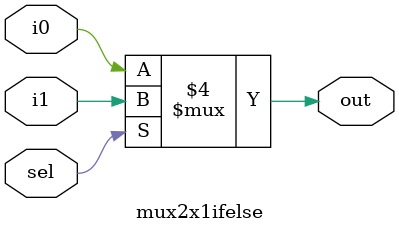
<source format=v>
`timescale 1ns / 1ps


module mux2x1ifelse(output reg out,input i0,i1,sel);
always @(i0,i1,sel)
begin
if(sel==0)
out = i0;
else
out = i1;
end
endmodule

</source>
